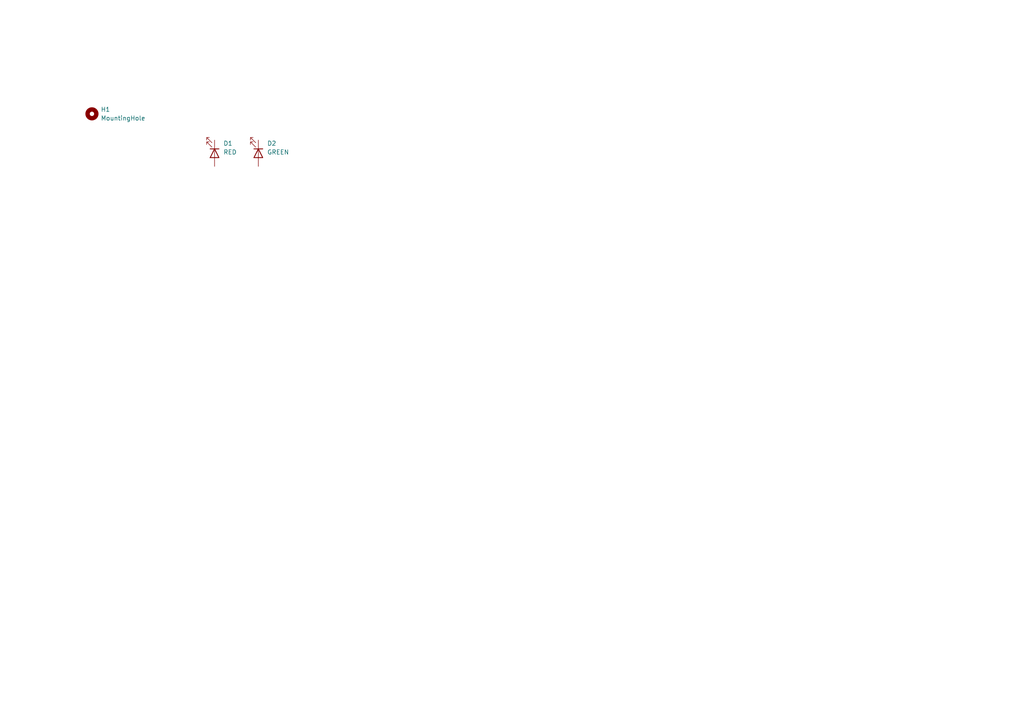
<source format=kicad_sch>
(kicad_sch (version 20230121) (generator eeschema)
  (paper "A4")
  (lib_symbols
    (symbol "Device:LED" (pin_numbers hide) (pin_names (offset 1.016) hide)
      (property "Reference" "D" (at 0 2.54 0))
      (property "Value" "LED" (at 0 -2.54 0))
      (symbol "LED_0_1"
        (polyline (pts (xy -1.27 -1.27) (xy -1.27 1.27)) (stroke (width 0.254)))
        (polyline (pts (xy -1.27 0) (xy 1.27 0)))
        (polyline (pts (xy 1.27 -1.27) (xy 1.27 1.27) (xy -1.27 0) (xy 1.27 -1.27)) (stroke (width 0.254)))
        (polyline (pts (xy -3.048 -0.762) (xy -4.572 -2.286) (xy -3.81 -2.286) (xy -4.572 -2.286) (xy -4.572 -1.524)))
        (polyline (pts (xy -1.778 -0.762) (xy -3.302 -2.286) (xy -2.54 -2.286) (xy -3.302 -2.286) (xy -3.302 -1.524)))
      )
      (symbol "LED_1_1"
        (pin passive line (at -3.81 0 0) (length 2.54) (name "K") (number "1"))
        (pin passive line (at 3.81 0 180) (length 2.54) (name "A") (number "2"))
      )
    )
    (symbol "Mechanical:MountingHole" (pin_names (offset 1.016))
      (property "Reference" "H" (at 0 5.08 0))
      (property "Value" "MountingHole" (at 0 3.175 0))
      (symbol "MountingHole_0_1"
        (circle (center 0 0) (radius 1.27) (stroke (width 1.27)))
      )
    )
  )
  (symbol (lib_id "Device:LED") (at 62.23 44.45 270) (unit 1)
    (property "Reference" "D1" (at 64.77 41.5925 90) (effects (justify left)))
    (property "Value" "RED" (at 64.77 44.1325 90) (effects (justify left)))
    (property "Footprint" "LED_SMD:LED_1W_3W_R8" (effects hide))
  )
  (symbol (lib_id "Mechanical:MountingHole") (at 26.67 33.02 0) (unit 1)
    (property "Reference" "H1" (at 29.21 31.75 0) (effects (justify left)))
    (property "Value" "MountingHole" (at 29.21 34.29 0) (effects (justify left)))
    (property "Footprint" "MountingHole:MountingHole_6.4mm_M6_DIN965" (effects hide))
  )
  (symbol (lib_id "Device:LED") (at 74.93 44.45 270) (unit 1)
    (property "Reference" "D2" (at 77.47 41.5925 90) (effects (justify left)))
    (property "Value" "GREEN" (at 77.47 44.1325 90) (effects (justify left)))
    (property "Footprint" "LED_SMD:LED_1W_3W_R8" (effects hide))
  )
)
</source>
